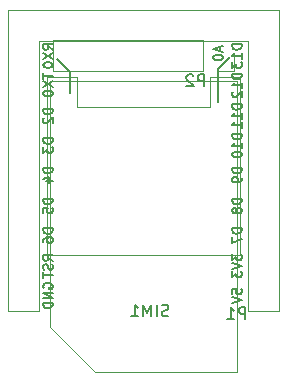
<source format=gbr>
G04 #@! TF.FileFunction,Legend,Bot*
%FSLAX46Y46*%
G04 Gerber Fmt 4.6, Leading zero omitted, Abs format (unit mm)*
G04 Created by KiCad (PCBNEW 4.0.6) date 04/09/19 16:20:27*
%MOMM*%
%LPD*%
G01*
G04 APERTURE LIST*
%ADD10C,0.100000*%
%ADD11C,0.120000*%
%ADD12C,0.150000*%
G04 APERTURE END LIST*
D10*
X147311000Y-94675000D02*
X143511000Y-90865000D01*
X143511000Y-90865000D02*
X143511000Y-70025000D01*
X159311000Y-70025000D02*
X143511000Y-70025000D01*
X159311000Y-94675000D02*
X147311000Y-94675000D01*
X159311000Y-70025000D02*
X159311000Y-94675000D01*
X157061000Y-70865000D02*
X157061000Y-72245000D01*
X157071000Y-72245000D02*
X145761000Y-72245000D01*
X145761000Y-72245000D02*
X145761000Y-70725000D01*
X143261000Y-69675000D02*
X143261000Y-84775000D01*
X143261000Y-84775000D02*
X159561000Y-84775000D01*
X159561000Y-69675000D02*
X159561000Y-84775000D01*
X143261000Y-69675000D02*
X145761000Y-69675000D01*
X145761000Y-69675000D02*
X145761000Y-70735000D01*
X159561000Y-69675000D02*
X157061000Y-69675000D01*
X157061000Y-69675000D02*
X157061000Y-70925000D01*
D11*
X156491000Y-69175000D02*
X143731000Y-69175000D01*
X143731000Y-69175000D02*
X143731000Y-66515000D01*
X143731000Y-66515000D02*
X156491000Y-66515000D01*
X156491000Y-66515000D02*
X156491000Y-69175000D01*
X157761000Y-69175000D02*
X159091000Y-69175000D01*
X159091000Y-69175000D02*
X159091000Y-67845000D01*
D12*
X145171000Y-69265000D02*
X144071000Y-68165000D01*
X145171000Y-69265000D02*
X145171000Y-71065000D01*
X158771000Y-67965000D02*
X157771000Y-68965000D01*
X157771000Y-68965000D02*
X157771000Y-71765000D01*
D11*
X139921000Y-89495000D02*
X139921000Y-63975000D01*
X139921000Y-63975000D02*
X162901000Y-63975000D01*
X162901000Y-89495000D02*
X162901000Y-63975000D01*
X160241000Y-89495000D02*
X160241000Y-66635000D01*
X160241000Y-66635000D02*
X142581000Y-66635000D01*
X142581000Y-89495000D02*
X142581000Y-66635000D01*
X142581000Y-89495000D02*
X142581000Y-82685000D01*
X162901000Y-89495000D02*
X160241000Y-89495000D01*
X139921000Y-89495000D02*
X142581000Y-89495000D01*
X162901000Y-67845000D02*
X162901000Y-66515000D01*
D12*
X153542428Y-89899762D02*
X153399571Y-89947381D01*
X153161475Y-89947381D01*
X153066237Y-89899762D01*
X153018618Y-89852143D01*
X152970999Y-89756905D01*
X152970999Y-89661667D01*
X153018618Y-89566429D01*
X153066237Y-89518810D01*
X153161475Y-89471190D01*
X153351952Y-89423571D01*
X153447190Y-89375952D01*
X153494809Y-89328333D01*
X153542428Y-89233095D01*
X153542428Y-89137857D01*
X153494809Y-89042619D01*
X153447190Y-88995000D01*
X153351952Y-88947381D01*
X153113856Y-88947381D01*
X152970999Y-88995000D01*
X152542428Y-89947381D02*
X152542428Y-88947381D01*
X152066238Y-89947381D02*
X152066238Y-88947381D01*
X151732904Y-89661667D01*
X151399571Y-88947381D01*
X151399571Y-89947381D01*
X150399571Y-89947381D02*
X150971000Y-89947381D01*
X150685286Y-89947381D02*
X150685286Y-88947381D01*
X150780524Y-89090238D01*
X150875762Y-89185476D01*
X150971000Y-89233095D01*
X156589095Y-70457381D02*
X156589095Y-69457381D01*
X156208142Y-69457381D01*
X156112904Y-69505000D01*
X156065285Y-69552619D01*
X156017666Y-69647857D01*
X156017666Y-69790714D01*
X156065285Y-69885952D01*
X156112904Y-69933571D01*
X156208142Y-69981190D01*
X156589095Y-69981190D01*
X155636714Y-69552619D02*
X155589095Y-69505000D01*
X155493857Y-69457381D01*
X155255761Y-69457381D01*
X155160523Y-69505000D01*
X155112904Y-69552619D01*
X155065285Y-69647857D01*
X155065285Y-69743095D01*
X155112904Y-69885952D01*
X155684333Y-70457381D01*
X155065285Y-70457381D01*
X160049095Y-90177381D02*
X160049095Y-89177381D01*
X159668142Y-89177381D01*
X159572904Y-89225000D01*
X159525285Y-89272619D01*
X159477666Y-89367857D01*
X159477666Y-89510714D01*
X159525285Y-89605952D01*
X159572904Y-89653571D01*
X159668142Y-89701190D01*
X160049095Y-89701190D01*
X158525285Y-90177381D02*
X159096714Y-90177381D01*
X158811000Y-90177381D02*
X158811000Y-89177381D01*
X158906238Y-89320238D01*
X159001476Y-89415476D01*
X159096714Y-89463095D01*
X142971000Y-87555477D02*
X142932905Y-87479286D01*
X142932905Y-87365001D01*
X142971000Y-87250715D01*
X143047190Y-87174524D01*
X143123381Y-87136429D01*
X143275762Y-87098334D01*
X143390048Y-87098334D01*
X143542429Y-87136429D01*
X143618619Y-87174524D01*
X143694810Y-87250715D01*
X143732905Y-87365001D01*
X143732905Y-87441191D01*
X143694810Y-87555477D01*
X143656714Y-87593572D01*
X143390048Y-87593572D01*
X143390048Y-87441191D01*
X143732905Y-87936429D02*
X142932905Y-87936429D01*
X143732905Y-88393572D01*
X142932905Y-88393572D01*
X143732905Y-88774524D02*
X142932905Y-88774524D01*
X142932905Y-88965000D01*
X142971000Y-89079286D01*
X143047190Y-89155477D01*
X143123381Y-89193572D01*
X143275762Y-89231667D01*
X143390048Y-89231667D01*
X143542429Y-89193572D01*
X143618619Y-89155477D01*
X143694810Y-89079286D01*
X143732905Y-88965000D01*
X143732905Y-88774524D01*
X143732905Y-85226905D02*
X143351952Y-84960238D01*
X143732905Y-84769762D02*
X142932905Y-84769762D01*
X142932905Y-85074524D01*
X142971000Y-85150715D01*
X143009095Y-85188810D01*
X143085286Y-85226905D01*
X143199571Y-85226905D01*
X143275762Y-85188810D01*
X143313857Y-85150715D01*
X143351952Y-85074524D01*
X143351952Y-84769762D01*
X143694810Y-85531667D02*
X143732905Y-85645953D01*
X143732905Y-85836429D01*
X143694810Y-85912619D01*
X143656714Y-85950715D01*
X143580524Y-85988810D01*
X143504333Y-85988810D01*
X143428143Y-85950715D01*
X143390048Y-85912619D01*
X143351952Y-85836429D01*
X143313857Y-85684048D01*
X143275762Y-85607857D01*
X143237667Y-85569762D01*
X143161476Y-85531667D01*
X143085286Y-85531667D01*
X143009095Y-85569762D01*
X142971000Y-85607857D01*
X142932905Y-85684048D01*
X142932905Y-85874524D01*
X142971000Y-85988810D01*
X142932905Y-86217381D02*
X142932905Y-86674524D01*
X143732905Y-86445953D02*
X142932905Y-86445953D01*
X143732905Y-82474524D02*
X142932905Y-82474524D01*
X142932905Y-82665000D01*
X142971000Y-82779286D01*
X143047190Y-82855477D01*
X143123381Y-82893572D01*
X143275762Y-82931667D01*
X143390048Y-82931667D01*
X143542429Y-82893572D01*
X143618619Y-82855477D01*
X143694810Y-82779286D01*
X143732905Y-82665000D01*
X143732905Y-82474524D01*
X142932905Y-83617381D02*
X142932905Y-83465000D01*
X142971000Y-83388810D01*
X143009095Y-83350715D01*
X143123381Y-83274524D01*
X143275762Y-83236429D01*
X143580524Y-83236429D01*
X143656714Y-83274524D01*
X143694810Y-83312619D01*
X143732905Y-83388810D01*
X143732905Y-83541191D01*
X143694810Y-83617381D01*
X143656714Y-83655477D01*
X143580524Y-83693572D01*
X143390048Y-83693572D01*
X143313857Y-83655477D01*
X143275762Y-83617381D01*
X143237667Y-83541191D01*
X143237667Y-83388810D01*
X143275762Y-83312619D01*
X143313857Y-83274524D01*
X143390048Y-83236429D01*
X143732905Y-79974524D02*
X142932905Y-79974524D01*
X142932905Y-80165000D01*
X142971000Y-80279286D01*
X143047190Y-80355477D01*
X143123381Y-80393572D01*
X143275762Y-80431667D01*
X143390048Y-80431667D01*
X143542429Y-80393572D01*
X143618619Y-80355477D01*
X143694810Y-80279286D01*
X143732905Y-80165000D01*
X143732905Y-79974524D01*
X142932905Y-81155477D02*
X142932905Y-80774524D01*
X143313857Y-80736429D01*
X143275762Y-80774524D01*
X143237667Y-80850715D01*
X143237667Y-81041191D01*
X143275762Y-81117381D01*
X143313857Y-81155477D01*
X143390048Y-81193572D01*
X143580524Y-81193572D01*
X143656714Y-81155477D01*
X143694810Y-81117381D01*
X143732905Y-81041191D01*
X143732905Y-80850715D01*
X143694810Y-80774524D01*
X143656714Y-80736429D01*
X143732905Y-77374524D02*
X142932905Y-77374524D01*
X142932905Y-77565000D01*
X142971000Y-77679286D01*
X143047190Y-77755477D01*
X143123381Y-77793572D01*
X143275762Y-77831667D01*
X143390048Y-77831667D01*
X143542429Y-77793572D01*
X143618619Y-77755477D01*
X143694810Y-77679286D01*
X143732905Y-77565000D01*
X143732905Y-77374524D01*
X143199571Y-78517381D02*
X143732905Y-78517381D01*
X142894810Y-78326905D02*
X143466238Y-78136429D01*
X143466238Y-78631667D01*
X143732905Y-74874524D02*
X142932905Y-74874524D01*
X142932905Y-75065000D01*
X142971000Y-75179286D01*
X143047190Y-75255477D01*
X143123381Y-75293572D01*
X143275762Y-75331667D01*
X143390048Y-75331667D01*
X143542429Y-75293572D01*
X143618619Y-75255477D01*
X143694810Y-75179286D01*
X143732905Y-75065000D01*
X143732905Y-74874524D01*
X142932905Y-75598334D02*
X142932905Y-76093572D01*
X143237667Y-75826905D01*
X143237667Y-75941191D01*
X143275762Y-76017381D01*
X143313857Y-76055477D01*
X143390048Y-76093572D01*
X143580524Y-76093572D01*
X143656714Y-76055477D01*
X143694810Y-76017381D01*
X143732905Y-75941191D01*
X143732905Y-75712619D01*
X143694810Y-75636429D01*
X143656714Y-75598334D01*
X143732905Y-72374524D02*
X142932905Y-72374524D01*
X142932905Y-72565000D01*
X142971000Y-72679286D01*
X143047190Y-72755477D01*
X143123381Y-72793572D01*
X143275762Y-72831667D01*
X143390048Y-72831667D01*
X143542429Y-72793572D01*
X143618619Y-72755477D01*
X143694810Y-72679286D01*
X143732905Y-72565000D01*
X143732905Y-72374524D01*
X143009095Y-73136429D02*
X142971000Y-73174524D01*
X142932905Y-73250715D01*
X142932905Y-73441191D01*
X142971000Y-73517381D01*
X143009095Y-73555477D01*
X143085286Y-73593572D01*
X143161476Y-73593572D01*
X143275762Y-73555477D01*
X143732905Y-73098334D01*
X143732905Y-73593572D01*
X142932905Y-69374523D02*
X142932905Y-69831666D01*
X143732905Y-69603095D02*
X142932905Y-69603095D01*
X142932905Y-70022143D02*
X143732905Y-70555476D01*
X142932905Y-70555476D02*
X143732905Y-70022143D01*
X142932905Y-71012619D02*
X142932905Y-71088810D01*
X142971000Y-71165000D01*
X143009095Y-71203095D01*
X143085286Y-71241191D01*
X143237667Y-71279286D01*
X143428143Y-71279286D01*
X143580524Y-71241191D01*
X143656714Y-71203095D01*
X143694810Y-71165000D01*
X143732905Y-71088810D01*
X143732905Y-71012619D01*
X143694810Y-70936429D01*
X143656714Y-70898333D01*
X143580524Y-70860238D01*
X143428143Y-70822143D01*
X143237667Y-70822143D01*
X143085286Y-70860238D01*
X143009095Y-70898333D01*
X142971000Y-70936429D01*
X142932905Y-71012619D01*
X143732905Y-67350714D02*
X143351952Y-67084047D01*
X143732905Y-66893571D02*
X142932905Y-66893571D01*
X142932905Y-67198333D01*
X142971000Y-67274524D01*
X143009095Y-67312619D01*
X143085286Y-67350714D01*
X143199571Y-67350714D01*
X143275762Y-67312619D01*
X143313857Y-67274524D01*
X143351952Y-67198333D01*
X143351952Y-66893571D01*
X142932905Y-67617381D02*
X143732905Y-68150714D01*
X142932905Y-68150714D02*
X143732905Y-67617381D01*
X142932905Y-68607857D02*
X142932905Y-68684048D01*
X142971000Y-68760238D01*
X143009095Y-68798333D01*
X143085286Y-68836429D01*
X143237667Y-68874524D01*
X143428143Y-68874524D01*
X143580524Y-68836429D01*
X143656714Y-68798333D01*
X143694810Y-68760238D01*
X143732905Y-68684048D01*
X143732905Y-68607857D01*
X143694810Y-68531667D01*
X143656714Y-68493571D01*
X143580524Y-68455476D01*
X143428143Y-68417381D01*
X143237667Y-68417381D01*
X143085286Y-68455476D01*
X143009095Y-68493571D01*
X142971000Y-68531667D01*
X142932905Y-68607857D01*
X157904333Y-67093572D02*
X157904333Y-67474524D01*
X158132905Y-67017381D02*
X157332905Y-67284048D01*
X158132905Y-67550715D01*
X157332905Y-67969762D02*
X157332905Y-68045953D01*
X157371000Y-68122143D01*
X157409095Y-68160238D01*
X157485286Y-68198334D01*
X157637667Y-68236429D01*
X157828143Y-68236429D01*
X157980524Y-68198334D01*
X158056714Y-68160238D01*
X158094810Y-68122143D01*
X158132905Y-68045953D01*
X158132905Y-67969762D01*
X158094810Y-67893572D01*
X158056714Y-67855476D01*
X157980524Y-67817381D01*
X157828143Y-67779286D01*
X157637667Y-67779286D01*
X157485286Y-67817381D01*
X157409095Y-67855476D01*
X157371000Y-67893572D01*
X157332905Y-67969762D01*
X159732905Y-66893571D02*
X158932905Y-66893571D01*
X158932905Y-67084047D01*
X158971000Y-67198333D01*
X159047190Y-67274524D01*
X159123381Y-67312619D01*
X159275762Y-67350714D01*
X159390048Y-67350714D01*
X159542429Y-67312619D01*
X159618619Y-67274524D01*
X159694810Y-67198333D01*
X159732905Y-67084047D01*
X159732905Y-66893571D01*
X159732905Y-68112619D02*
X159732905Y-67655476D01*
X159732905Y-67884047D02*
X158932905Y-67884047D01*
X159047190Y-67807857D01*
X159123381Y-67731666D01*
X159161476Y-67655476D01*
X158932905Y-68379286D02*
X158932905Y-68874524D01*
X159237667Y-68607857D01*
X159237667Y-68722143D01*
X159275762Y-68798333D01*
X159313857Y-68836429D01*
X159390048Y-68874524D01*
X159580524Y-68874524D01*
X159656714Y-68836429D01*
X159694810Y-68798333D01*
X159732905Y-68722143D01*
X159732905Y-68493571D01*
X159694810Y-68417381D01*
X159656714Y-68379286D01*
X159732905Y-69393571D02*
X158932905Y-69393571D01*
X158932905Y-69584047D01*
X158971000Y-69698333D01*
X159047190Y-69774524D01*
X159123381Y-69812619D01*
X159275762Y-69850714D01*
X159390048Y-69850714D01*
X159542429Y-69812619D01*
X159618619Y-69774524D01*
X159694810Y-69698333D01*
X159732905Y-69584047D01*
X159732905Y-69393571D01*
X159732905Y-70612619D02*
X159732905Y-70155476D01*
X159732905Y-70384047D02*
X158932905Y-70384047D01*
X159047190Y-70307857D01*
X159123381Y-70231666D01*
X159161476Y-70155476D01*
X159009095Y-70917381D02*
X158971000Y-70955476D01*
X158932905Y-71031667D01*
X158932905Y-71222143D01*
X158971000Y-71298333D01*
X159009095Y-71336429D01*
X159085286Y-71374524D01*
X159161476Y-71374524D01*
X159275762Y-71336429D01*
X159732905Y-70879286D01*
X159732905Y-71374524D01*
X159732905Y-71993571D02*
X158932905Y-71993571D01*
X158932905Y-72184047D01*
X158971000Y-72298333D01*
X159047190Y-72374524D01*
X159123381Y-72412619D01*
X159275762Y-72450714D01*
X159390048Y-72450714D01*
X159542429Y-72412619D01*
X159618619Y-72374524D01*
X159694810Y-72298333D01*
X159732905Y-72184047D01*
X159732905Y-71993571D01*
X159732905Y-73212619D02*
X159732905Y-72755476D01*
X159732905Y-72984047D02*
X158932905Y-72984047D01*
X159047190Y-72907857D01*
X159123381Y-72831666D01*
X159161476Y-72755476D01*
X159732905Y-73974524D02*
X159732905Y-73517381D01*
X159732905Y-73745952D02*
X158932905Y-73745952D01*
X159047190Y-73669762D01*
X159123381Y-73593571D01*
X159161476Y-73517381D01*
X159732905Y-74493571D02*
X158932905Y-74493571D01*
X158932905Y-74684047D01*
X158971000Y-74798333D01*
X159047190Y-74874524D01*
X159123381Y-74912619D01*
X159275762Y-74950714D01*
X159390048Y-74950714D01*
X159542429Y-74912619D01*
X159618619Y-74874524D01*
X159694810Y-74798333D01*
X159732905Y-74684047D01*
X159732905Y-74493571D01*
X159732905Y-75712619D02*
X159732905Y-75255476D01*
X159732905Y-75484047D02*
X158932905Y-75484047D01*
X159047190Y-75407857D01*
X159123381Y-75331666D01*
X159161476Y-75255476D01*
X158932905Y-76207857D02*
X158932905Y-76284048D01*
X158971000Y-76360238D01*
X159009095Y-76398333D01*
X159085286Y-76436429D01*
X159237667Y-76474524D01*
X159428143Y-76474524D01*
X159580524Y-76436429D01*
X159656714Y-76398333D01*
X159694810Y-76360238D01*
X159732905Y-76284048D01*
X159732905Y-76207857D01*
X159694810Y-76131667D01*
X159656714Y-76093571D01*
X159580524Y-76055476D01*
X159428143Y-76017381D01*
X159237667Y-76017381D01*
X159085286Y-76055476D01*
X159009095Y-76093571D01*
X158971000Y-76131667D01*
X158932905Y-76207857D01*
X159732905Y-77374524D02*
X158932905Y-77374524D01*
X158932905Y-77565000D01*
X158971000Y-77679286D01*
X159047190Y-77755477D01*
X159123381Y-77793572D01*
X159275762Y-77831667D01*
X159390048Y-77831667D01*
X159542429Y-77793572D01*
X159618619Y-77755477D01*
X159694810Y-77679286D01*
X159732905Y-77565000D01*
X159732905Y-77374524D01*
X159732905Y-78212619D02*
X159732905Y-78365000D01*
X159694810Y-78441191D01*
X159656714Y-78479286D01*
X159542429Y-78555477D01*
X159390048Y-78593572D01*
X159085286Y-78593572D01*
X159009095Y-78555477D01*
X158971000Y-78517381D01*
X158932905Y-78441191D01*
X158932905Y-78288810D01*
X158971000Y-78212619D01*
X159009095Y-78174524D01*
X159085286Y-78136429D01*
X159275762Y-78136429D01*
X159351952Y-78174524D01*
X159390048Y-78212619D01*
X159428143Y-78288810D01*
X159428143Y-78441191D01*
X159390048Y-78517381D01*
X159351952Y-78555477D01*
X159275762Y-78593572D01*
X159732905Y-79974524D02*
X158932905Y-79974524D01*
X158932905Y-80165000D01*
X158971000Y-80279286D01*
X159047190Y-80355477D01*
X159123381Y-80393572D01*
X159275762Y-80431667D01*
X159390048Y-80431667D01*
X159542429Y-80393572D01*
X159618619Y-80355477D01*
X159694810Y-80279286D01*
X159732905Y-80165000D01*
X159732905Y-79974524D01*
X159275762Y-80888810D02*
X159237667Y-80812619D01*
X159199571Y-80774524D01*
X159123381Y-80736429D01*
X159085286Y-80736429D01*
X159009095Y-80774524D01*
X158971000Y-80812619D01*
X158932905Y-80888810D01*
X158932905Y-81041191D01*
X158971000Y-81117381D01*
X159009095Y-81155477D01*
X159085286Y-81193572D01*
X159123381Y-81193572D01*
X159199571Y-81155477D01*
X159237667Y-81117381D01*
X159275762Y-81041191D01*
X159275762Y-80888810D01*
X159313857Y-80812619D01*
X159351952Y-80774524D01*
X159428143Y-80736429D01*
X159580524Y-80736429D01*
X159656714Y-80774524D01*
X159694810Y-80812619D01*
X159732905Y-80888810D01*
X159732905Y-81041191D01*
X159694810Y-81117381D01*
X159656714Y-81155477D01*
X159580524Y-81193572D01*
X159428143Y-81193572D01*
X159351952Y-81155477D01*
X159313857Y-81117381D01*
X159275762Y-81041191D01*
X159732905Y-82474524D02*
X158932905Y-82474524D01*
X158932905Y-82665000D01*
X158971000Y-82779286D01*
X159047190Y-82855477D01*
X159123381Y-82893572D01*
X159275762Y-82931667D01*
X159390048Y-82931667D01*
X159542429Y-82893572D01*
X159618619Y-82855477D01*
X159694810Y-82779286D01*
X159732905Y-82665000D01*
X159732905Y-82474524D01*
X158932905Y-83198334D02*
X158932905Y-83731667D01*
X159732905Y-83388810D01*
X158932905Y-84674524D02*
X158932905Y-85169762D01*
X159237667Y-84903095D01*
X159237667Y-85017381D01*
X159275762Y-85093571D01*
X159313857Y-85131667D01*
X159390048Y-85169762D01*
X159580524Y-85169762D01*
X159656714Y-85131667D01*
X159694810Y-85093571D01*
X159732905Y-85017381D01*
X159732905Y-84788809D01*
X159694810Y-84712619D01*
X159656714Y-84674524D01*
X158932905Y-85398333D02*
X159732905Y-85665000D01*
X158932905Y-85931667D01*
X158932905Y-86122143D02*
X158932905Y-86617381D01*
X159237667Y-86350714D01*
X159237667Y-86465000D01*
X159275762Y-86541190D01*
X159313857Y-86579286D01*
X159390048Y-86617381D01*
X159580524Y-86617381D01*
X159656714Y-86579286D01*
X159694810Y-86541190D01*
X159732905Y-86465000D01*
X159732905Y-86236428D01*
X159694810Y-86160238D01*
X159656714Y-86122143D01*
X158932905Y-88012620D02*
X158932905Y-87631667D01*
X159313857Y-87593572D01*
X159275762Y-87631667D01*
X159237667Y-87707858D01*
X159237667Y-87898334D01*
X159275762Y-87974524D01*
X159313857Y-88012620D01*
X159390048Y-88050715D01*
X159580524Y-88050715D01*
X159656714Y-88012620D01*
X159694810Y-87974524D01*
X159732905Y-87898334D01*
X159732905Y-87707858D01*
X159694810Y-87631667D01*
X159656714Y-87593572D01*
X158932905Y-88279286D02*
X159732905Y-88545953D01*
X158932905Y-88812620D01*
M02*

</source>
